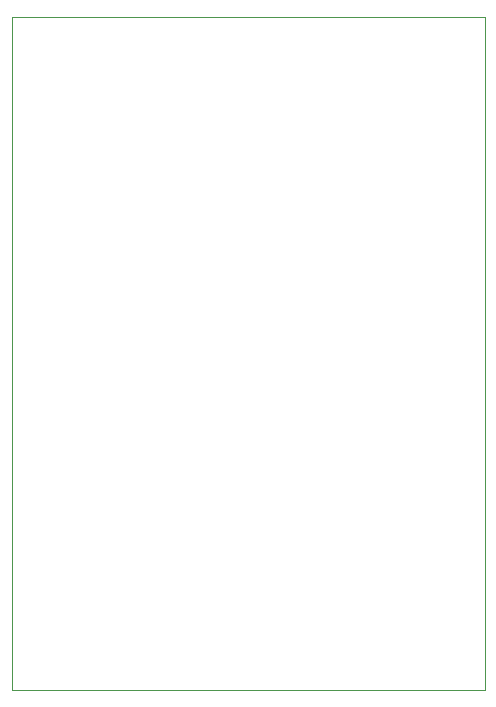
<source format=gm1>
G04 #@! TF.GenerationSoftware,KiCad,Pcbnew,9.0.2*
G04 #@! TF.CreationDate,2025-05-18T19:28:29-05:00*
G04 #@! TF.ProjectId,mainboard,6d61696e-626f-4617-9264-2e6b69636164,rev?*
G04 #@! TF.SameCoordinates,Original*
G04 #@! TF.FileFunction,Profile,NP*
%FSLAX46Y46*%
G04 Gerber Fmt 4.6, Leading zero omitted, Abs format (unit mm)*
G04 Created by KiCad (PCBNEW 9.0.2) date 2025-05-18 19:28:29*
%MOMM*%
%LPD*%
G01*
G04 APERTURE LIST*
G04 #@! TA.AperFunction,Profile*
%ADD10C,0.050000*%
G04 #@! TD*
G04 APERTURE END LIST*
D10*
X104250000Y-64250000D02*
X144250000Y-64250000D01*
X144250000Y-121250000D01*
X104250000Y-121250000D01*
X104250000Y-64250000D01*
M02*

</source>
